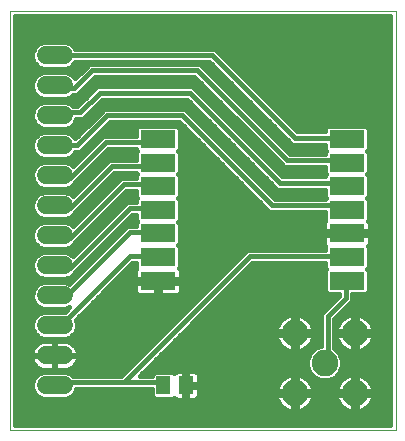
<source format=gtl>
G75*
G70*
%OFA0B0*%
%FSLAX24Y24*%
%IPPOS*%
%LPD*%
%AMOC8*
5,1,8,0,0,1.08239X$1,22.5*
%
%ADD10C,0.0000*%
%ADD11R,0.1181X0.0591*%
%ADD12R,0.0512X0.0591*%
%ADD13C,0.0886*%
%ADD14C,0.0600*%
%ADD15C,0.0160*%
D10*
X003000Y001708D02*
X003000Y015704D01*
X015870Y015704D01*
X015870Y001708D01*
X003000Y001708D01*
D11*
X007938Y006702D03*
X007938Y007489D03*
X007938Y008276D03*
X007938Y009064D03*
X007938Y009851D03*
X007938Y010639D03*
X007938Y011426D03*
X014237Y011426D03*
X014237Y010639D03*
X014237Y009851D03*
X014237Y009064D03*
X014237Y008276D03*
X014237Y007489D03*
X014237Y006702D03*
D12*
X008874Y003208D03*
X008126Y003208D03*
D13*
X012500Y002958D03*
X013500Y003958D03*
X014500Y002958D03*
X014500Y004958D03*
X012500Y004958D03*
D14*
X004800Y005208D02*
X004200Y005208D01*
X004200Y004208D02*
X004800Y004208D01*
X004800Y003208D02*
X004200Y003208D01*
X004200Y006208D02*
X004800Y006208D01*
X004800Y007208D02*
X004200Y007208D01*
X004200Y008208D02*
X004800Y008208D01*
X004800Y009208D02*
X004200Y009208D01*
X004200Y010208D02*
X004800Y010208D01*
X004800Y011208D02*
X004200Y011208D01*
X004200Y012208D02*
X004800Y012208D01*
X004800Y013208D02*
X004200Y013208D01*
X004200Y014208D02*
X004800Y014208D01*
D15*
X004500Y014208D02*
X009750Y014208D01*
X012500Y011458D01*
X014206Y011458D01*
X014237Y011426D01*
X014200Y010708D02*
X012250Y010708D01*
X009250Y013708D01*
X005750Y013708D01*
X005150Y013108D01*
X004600Y013108D01*
X004500Y013208D01*
X004888Y013648D02*
X004112Y013648D01*
X003951Y013581D01*
X003827Y013457D01*
X003760Y013295D01*
X003760Y013120D01*
X003827Y012958D01*
X003951Y012835D01*
X004112Y012768D01*
X004888Y012768D01*
X005049Y012835D01*
X005102Y012888D01*
X005241Y012888D01*
X005841Y013488D01*
X009159Y013488D01*
X012030Y010616D01*
X012159Y010488D01*
X013507Y010488D01*
X013507Y010285D01*
X013547Y010245D01*
X013507Y010204D01*
X013507Y010178D01*
X012091Y010178D01*
X009091Y013178D01*
X005909Y013178D01*
X005780Y013049D01*
X005259Y012528D01*
X005102Y012528D01*
X005049Y012581D01*
X004888Y012648D01*
X004112Y012648D01*
X003951Y012581D01*
X003827Y012457D01*
X003760Y012295D01*
X003760Y012120D01*
X003827Y011958D01*
X003951Y011835D01*
X004112Y011768D01*
X004888Y011768D01*
X005049Y011835D01*
X005173Y011958D01*
X005227Y012088D01*
X005441Y012088D01*
X006091Y012738D01*
X008909Y012738D01*
X011909Y009738D01*
X013507Y009738D01*
X013507Y009498D01*
X013547Y009458D01*
X013517Y009428D01*
X011841Y009428D01*
X008841Y012428D01*
X006159Y012428D01*
X006030Y012299D01*
X005177Y011446D01*
X005173Y011457D01*
X005049Y011581D01*
X004888Y011648D01*
X004112Y011648D01*
X003951Y011581D01*
X003827Y011457D01*
X003760Y011295D01*
X003760Y011120D01*
X003827Y010958D01*
X003951Y010835D01*
X004112Y010768D01*
X004888Y010768D01*
X005049Y010835D01*
X005173Y010958D01*
X005185Y010988D01*
X005341Y010988D01*
X006341Y011988D01*
X008659Y011988D01*
X011659Y008988D01*
X013507Y008988D01*
X013507Y008711D01*
X013519Y008698D01*
X013503Y008682D01*
X013479Y008641D01*
X013467Y008595D01*
X013467Y008344D01*
X014170Y008344D01*
X014170Y008209D01*
X013467Y008209D01*
X013467Y007957D01*
X013479Y007912D01*
X013503Y007871D01*
X013519Y007854D01*
X013507Y007842D01*
X013507Y007728D01*
X010909Y007728D01*
X006709Y003528D01*
X005102Y003528D01*
X005049Y003581D01*
X004888Y003648D01*
X004112Y003648D01*
X003951Y003581D01*
X003827Y003457D01*
X003760Y003295D01*
X003760Y003120D01*
X003827Y002958D01*
X003951Y002835D01*
X004112Y002768D01*
X004888Y002768D01*
X005049Y002835D01*
X005173Y002958D01*
X005227Y003088D01*
X007730Y003088D01*
X007730Y002854D01*
X007812Y002772D01*
X008440Y002772D01*
X008472Y002805D01*
X008474Y002802D01*
X008508Y002768D01*
X008549Y002745D01*
X008594Y002732D01*
X008826Y002732D01*
X008826Y003160D01*
X008922Y003160D01*
X008922Y003255D01*
X009310Y003255D01*
X009310Y003526D01*
X009298Y003572D01*
X009274Y003613D01*
X009240Y003647D01*
X009199Y003671D01*
X009154Y003683D01*
X008922Y003683D01*
X008922Y003255D01*
X008826Y003255D01*
X008826Y003683D01*
X008594Y003683D01*
X008549Y003671D01*
X008508Y003647D01*
X008474Y003613D01*
X008472Y003610D01*
X008440Y003643D01*
X007812Y003643D01*
X007730Y003561D01*
X007730Y003528D01*
X007331Y003528D01*
X011091Y007288D01*
X013507Y007288D01*
X013507Y007136D01*
X013547Y007095D01*
X013507Y007055D01*
X013507Y006348D01*
X013589Y006266D01*
X013980Y006266D01*
X013980Y006199D01*
X013509Y005728D01*
X013380Y005599D01*
X013380Y004539D01*
X013170Y004452D01*
X013006Y004288D01*
X012917Y004073D01*
X012917Y003842D01*
X013006Y003627D01*
X013170Y003463D01*
X013384Y003375D01*
X013616Y003375D01*
X013830Y003463D01*
X013994Y003627D01*
X014083Y003842D01*
X014083Y004073D01*
X013994Y004288D01*
X013830Y004452D01*
X013820Y004456D01*
X013820Y005416D01*
X014420Y006016D01*
X014420Y006266D01*
X014886Y006266D01*
X014968Y006348D01*
X014968Y007055D01*
X014927Y007095D01*
X014968Y007136D01*
X014968Y007842D01*
X014956Y007854D01*
X014972Y007871D01*
X014995Y007912D01*
X015008Y007957D01*
X015008Y008209D01*
X014305Y008209D01*
X014305Y008344D01*
X015008Y008344D01*
X015008Y008595D01*
X014995Y008641D01*
X014972Y008682D01*
X014956Y008698D01*
X014968Y008711D01*
X014968Y009417D01*
X014927Y009458D01*
X014968Y009498D01*
X014968Y010204D01*
X014927Y010245D01*
X014968Y010285D01*
X014968Y010992D01*
X014927Y011032D01*
X014968Y011073D01*
X014968Y011779D01*
X014886Y011861D01*
X013589Y011861D01*
X013507Y011779D01*
X013507Y011678D01*
X012591Y011678D01*
X009841Y014428D01*
X005185Y014428D01*
X005173Y014457D01*
X005049Y014581D01*
X004888Y014648D01*
X004112Y014648D01*
X003951Y014581D01*
X003827Y014457D01*
X003760Y014295D01*
X003760Y014120D01*
X003827Y013958D01*
X003951Y013835D01*
X004112Y013768D01*
X004888Y013768D01*
X005049Y013835D01*
X005173Y013958D01*
X005185Y013988D01*
X009659Y013988D01*
X012280Y011366D01*
X012409Y011238D01*
X013507Y011238D01*
X013507Y011073D01*
X013547Y011032D01*
X013507Y010992D01*
X013507Y010928D01*
X012341Y010928D01*
X009341Y013928D01*
X005659Y013928D01*
X005530Y013799D01*
X005177Y013446D01*
X005173Y013457D01*
X005049Y013581D01*
X004888Y013648D01*
X005014Y013595D02*
X005326Y013595D01*
X005485Y013754D02*
X003180Y013754D01*
X003180Y013912D02*
X003873Y013912D01*
X003780Y014071D02*
X003180Y014071D01*
X003180Y014229D02*
X003760Y014229D01*
X003798Y014388D02*
X003180Y014388D01*
X003180Y014546D02*
X003916Y014546D01*
X003180Y014705D02*
X015690Y014705D01*
X015690Y014863D02*
X003180Y014863D01*
X003180Y015022D02*
X015690Y015022D01*
X015690Y015180D02*
X003180Y015180D01*
X003180Y015339D02*
X015690Y015339D01*
X015690Y015497D02*
X003180Y015497D01*
X003180Y015524D02*
X015690Y015524D01*
X015690Y001888D01*
X003180Y001888D01*
X003180Y015524D01*
X003180Y013595D02*
X003986Y013595D01*
X003819Y013437D02*
X003180Y013437D01*
X003180Y013278D02*
X003760Y013278D01*
X003760Y013120D02*
X003180Y013120D01*
X003180Y012961D02*
X003826Y012961D01*
X004028Y012803D02*
X003180Y012803D01*
X003180Y012644D02*
X004104Y012644D01*
X003856Y012486D02*
X003180Y012486D01*
X003180Y012327D02*
X003773Y012327D01*
X003760Y012169D02*
X003180Y012169D01*
X003180Y012010D02*
X003806Y012010D01*
X003934Y011852D02*
X003180Y011852D01*
X003180Y011693D02*
X005424Y011693D01*
X005266Y011535D02*
X005095Y011535D01*
X005066Y011852D02*
X005583Y011852D01*
X005741Y012010D02*
X005194Y012010D01*
X005350Y012308D02*
X006000Y012958D01*
X009000Y012958D01*
X012000Y009958D01*
X014131Y009958D01*
X014237Y009851D01*
X014200Y009908D01*
X014237Y010639D02*
X014200Y010708D01*
X013507Y010425D02*
X011844Y010425D01*
X012002Y010267D02*
X013525Y010267D01*
X013507Y009633D02*
X011636Y009633D01*
X011478Y009791D02*
X011855Y009791D01*
X011697Y009950D02*
X011319Y009950D01*
X011161Y010108D02*
X011538Y010108D01*
X011380Y010267D02*
X011002Y010267D01*
X010844Y010425D02*
X011221Y010425D01*
X011063Y010584D02*
X010685Y010584D01*
X010527Y010742D02*
X010904Y010742D01*
X010746Y010901D02*
X010368Y010901D01*
X010210Y011059D02*
X010587Y011059D01*
X010429Y011218D02*
X010051Y011218D01*
X009893Y011376D02*
X010270Y011376D01*
X010112Y011535D02*
X009734Y011535D01*
X009576Y011693D02*
X009953Y011693D01*
X009795Y011852D02*
X009417Y011852D01*
X009259Y012010D02*
X009636Y012010D01*
X009478Y012169D02*
X009100Y012169D01*
X008942Y012327D02*
X009319Y012327D01*
X009161Y012486D02*
X005839Y012486D01*
X005998Y012644D02*
X009002Y012644D01*
X009308Y012961D02*
X009685Y012961D01*
X009527Y013120D02*
X009149Y013120D01*
X009368Y013278D02*
X005632Y013278D01*
X005790Y013437D02*
X009210Y013437D01*
X009515Y013754D02*
X009893Y013754D01*
X009734Y013912D02*
X009357Y013912D01*
X009674Y013595D02*
X010051Y013595D01*
X010210Y013437D02*
X009832Y013437D01*
X009991Y013278D02*
X010368Y013278D01*
X010527Y013120D02*
X010149Y013120D01*
X010308Y012961D02*
X010685Y012961D01*
X010844Y012803D02*
X010466Y012803D01*
X010625Y012644D02*
X011002Y012644D01*
X011161Y012486D02*
X010783Y012486D01*
X010942Y012327D02*
X011319Y012327D01*
X011478Y012169D02*
X011100Y012169D01*
X011259Y012010D02*
X011636Y012010D01*
X011795Y011852D02*
X011417Y011852D01*
X011576Y011693D02*
X011953Y011693D01*
X012112Y011535D02*
X011734Y011535D01*
X011893Y011376D02*
X012270Y011376D01*
X012051Y011218D02*
X013507Y011218D01*
X013520Y011059D02*
X012210Y011059D01*
X011904Y010742D02*
X011527Y010742D01*
X011685Y010584D02*
X012063Y010584D01*
X011746Y010901D02*
X011368Y010901D01*
X011210Y011059D02*
X011587Y011059D01*
X011429Y011218D02*
X011051Y011218D01*
X010893Y011376D02*
X011270Y011376D01*
X011112Y011535D02*
X010734Y011535D01*
X010576Y011693D02*
X010953Y011693D01*
X010795Y011852D02*
X010417Y011852D01*
X010259Y012010D02*
X010636Y012010D01*
X010478Y012169D02*
X010100Y012169D01*
X009942Y012327D02*
X010319Y012327D01*
X010161Y012486D02*
X009783Y012486D01*
X009625Y012644D02*
X010002Y012644D01*
X009844Y012803D02*
X009466Y012803D01*
X008750Y012208D02*
X011750Y009208D01*
X014094Y009208D01*
X014237Y009064D01*
X013507Y008840D02*
X008669Y008840D01*
X008669Y008711D02*
X008669Y009417D01*
X008628Y009458D01*
X008669Y009498D01*
X008669Y010204D01*
X008628Y010245D01*
X008669Y010285D01*
X008669Y010992D01*
X008628Y011032D01*
X008669Y011073D01*
X008669Y011779D01*
X008587Y011861D01*
X007289Y011861D01*
X007207Y011779D01*
X007207Y011528D01*
X006109Y011528D01*
X005106Y010524D01*
X005049Y010581D01*
X004888Y010648D01*
X004112Y010648D01*
X003951Y010581D01*
X003827Y010457D01*
X003760Y010295D01*
X003760Y010120D01*
X003827Y009958D01*
X003951Y009835D01*
X004112Y009768D01*
X004888Y009768D01*
X005049Y009835D01*
X005173Y009958D01*
X005181Y009977D01*
X005220Y010016D01*
X006291Y011088D01*
X007207Y011088D01*
X007207Y011073D01*
X007248Y011032D01*
X007207Y010992D01*
X007207Y010728D01*
X006309Y010728D01*
X005106Y009524D01*
X005049Y009581D01*
X004888Y009648D01*
X004112Y009648D01*
X003951Y009581D01*
X003827Y009457D01*
X003760Y009295D01*
X003760Y009120D01*
X003827Y008958D01*
X003951Y008835D01*
X004112Y008768D01*
X004888Y008768D01*
X005049Y008835D01*
X005173Y008958D01*
X005181Y008977D01*
X005220Y009016D01*
X006491Y010288D01*
X007207Y010288D01*
X007207Y010285D01*
X007248Y010245D01*
X007207Y010204D01*
X007207Y010128D01*
X006709Y010128D01*
X005106Y008524D01*
X005049Y008581D01*
X004888Y008648D01*
X004112Y008648D01*
X003951Y008581D01*
X003827Y008457D01*
X003760Y008295D01*
X003760Y008120D01*
X003827Y007958D01*
X003951Y007835D01*
X004112Y007768D01*
X004888Y007768D01*
X005049Y007835D01*
X005173Y007958D01*
X005181Y007977D01*
X005220Y008016D01*
X006891Y009688D01*
X007207Y009688D01*
X007207Y009498D01*
X007248Y009458D01*
X007207Y009417D01*
X007207Y009328D01*
X006909Y009328D01*
X005106Y007524D01*
X005049Y007581D01*
X004888Y007648D01*
X004112Y007648D01*
X003951Y007581D01*
X003827Y007457D01*
X003760Y007295D01*
X003760Y007120D01*
X003827Y006958D01*
X003951Y006835D01*
X004112Y006768D01*
X004888Y006768D01*
X005049Y006835D01*
X005173Y006958D01*
X005181Y006977D01*
X005220Y007016D01*
X007091Y008888D01*
X007207Y008888D01*
X007207Y008711D01*
X007248Y008670D01*
X007207Y008630D01*
X007207Y008528D01*
X006909Y008528D01*
X004987Y006606D01*
X004888Y006648D01*
X004112Y006648D01*
X003951Y006581D01*
X003827Y006457D01*
X003760Y006295D01*
X003760Y006120D01*
X003827Y005958D01*
X003951Y005835D01*
X004112Y005768D01*
X004888Y005768D01*
X004992Y005811D01*
X004829Y005648D01*
X004112Y005648D01*
X003951Y005581D01*
X003827Y005457D01*
X003760Y005295D01*
X003760Y005120D01*
X003827Y004958D01*
X003951Y004835D01*
X004112Y004768D01*
X004888Y004768D01*
X005049Y004835D01*
X005173Y004958D01*
X005240Y005120D01*
X005240Y005295D01*
X005199Y005395D01*
X007091Y007288D01*
X007207Y007288D01*
X007207Y007136D01*
X007220Y007124D01*
X007203Y007107D01*
X007180Y007066D01*
X007167Y007021D01*
X007167Y006769D01*
X007870Y006769D01*
X007870Y006634D01*
X007167Y006634D01*
X007167Y006383D01*
X007180Y006337D01*
X007203Y006296D01*
X007237Y006262D01*
X007278Y006239D01*
X007324Y006226D01*
X007870Y006226D01*
X007870Y006634D01*
X008006Y006634D01*
X008006Y006769D01*
X008709Y006769D01*
X008709Y007021D01*
X008696Y007066D01*
X008673Y007107D01*
X008656Y007124D01*
X008669Y007136D01*
X008669Y007842D01*
X008628Y007883D01*
X008669Y007923D01*
X008669Y008630D01*
X008628Y008670D01*
X008669Y008711D01*
X008640Y008682D02*
X013502Y008682D01*
X013467Y008523D02*
X008669Y008523D01*
X008669Y008365D02*
X013467Y008365D01*
X013467Y008206D02*
X008669Y008206D01*
X008669Y008048D02*
X013467Y008048D01*
X013492Y007889D02*
X008634Y007889D01*
X008669Y007731D02*
X013507Y007731D01*
X013507Y007255D02*
X011059Y007255D01*
X010900Y007097D02*
X013546Y007097D01*
X013507Y006938D02*
X010742Y006938D01*
X010583Y006780D02*
X013507Y006780D01*
X013507Y006621D02*
X010425Y006621D01*
X010266Y006463D02*
X013507Y006463D01*
X013551Y006304D02*
X010108Y006304D01*
X009949Y006146D02*
X013927Y006146D01*
X013768Y005987D02*
X009791Y005987D01*
X009632Y005829D02*
X013610Y005829D01*
X013451Y005670D02*
X009474Y005670D01*
X009315Y005512D02*
X012215Y005512D01*
X012174Y005490D02*
X012094Y005433D01*
X012025Y005363D01*
X011967Y005284D01*
X011923Y005197D01*
X011892Y005103D01*
X011880Y005025D01*
X012432Y005025D01*
X012432Y004890D01*
X011880Y004890D01*
X011892Y004812D01*
X011923Y004718D01*
X011967Y004631D01*
X012025Y004552D01*
X012094Y004482D01*
X012174Y004425D01*
X012261Y004380D01*
X012354Y004350D01*
X012432Y004338D01*
X012432Y004890D01*
X012568Y004890D01*
X012568Y005025D01*
X013120Y005025D01*
X013108Y005103D01*
X013077Y005197D01*
X013033Y005284D01*
X012975Y005363D01*
X012906Y005433D01*
X012826Y005490D01*
X012739Y005535D01*
X012646Y005565D01*
X012568Y005577D01*
X012568Y005025D01*
X012432Y005025D01*
X012432Y005577D01*
X012354Y005565D01*
X012261Y005535D01*
X012174Y005490D01*
X012017Y005353D02*
X009157Y005353D01*
X008998Y005195D02*
X011922Y005195D01*
X011882Y005036D02*
X008840Y005036D01*
X008681Y004878D02*
X011882Y004878D01*
X011923Y004719D02*
X008523Y004719D01*
X008364Y004561D02*
X012018Y004561D01*
X012218Y004402D02*
X008206Y004402D01*
X008047Y004244D02*
X012988Y004244D01*
X012922Y004085D02*
X007889Y004085D01*
X007730Y003927D02*
X012917Y003927D01*
X012948Y003768D02*
X007572Y003768D01*
X007413Y003610D02*
X007779Y003610D01*
X008000Y003308D02*
X008126Y003208D01*
X008000Y003308D02*
X006800Y003308D01*
X011000Y007508D01*
X014200Y007508D01*
X014237Y007489D01*
X014968Y007414D02*
X015690Y007414D01*
X015690Y007572D02*
X014968Y007572D01*
X014968Y007731D02*
X015690Y007731D01*
X015690Y007889D02*
X014982Y007889D01*
X015008Y008048D02*
X015690Y008048D01*
X015690Y008206D02*
X015008Y008206D01*
X015008Y008365D02*
X015690Y008365D01*
X015690Y008523D02*
X015008Y008523D01*
X014972Y008682D02*
X015690Y008682D01*
X015690Y008840D02*
X014968Y008840D01*
X014968Y008999D02*
X015690Y008999D01*
X015690Y009157D02*
X014968Y009157D01*
X014968Y009316D02*
X015690Y009316D01*
X015690Y009474D02*
X014944Y009474D01*
X014968Y009633D02*
X015690Y009633D01*
X015690Y009791D02*
X014968Y009791D01*
X014968Y009950D02*
X015690Y009950D01*
X015690Y010108D02*
X014968Y010108D01*
X014949Y010267D02*
X015690Y010267D01*
X015690Y010425D02*
X014968Y010425D01*
X014968Y010584D02*
X015690Y010584D01*
X015690Y010742D02*
X014968Y010742D01*
X014968Y010901D02*
X015690Y010901D01*
X015690Y011059D02*
X014954Y011059D01*
X014968Y011218D02*
X015690Y011218D01*
X015690Y011376D02*
X014968Y011376D01*
X014968Y011535D02*
X015690Y011535D01*
X015690Y011693D02*
X014968Y011693D01*
X014896Y011852D02*
X015690Y011852D01*
X015690Y012010D02*
X012259Y012010D01*
X012417Y011852D02*
X013579Y011852D01*
X013507Y011693D02*
X012576Y011693D01*
X012100Y012169D02*
X015690Y012169D01*
X015690Y012327D02*
X011942Y012327D01*
X011783Y012486D02*
X015690Y012486D01*
X015690Y012644D02*
X011625Y012644D01*
X011466Y012803D02*
X015690Y012803D01*
X015690Y012961D02*
X011308Y012961D01*
X011149Y013120D02*
X015690Y013120D01*
X015690Y013278D02*
X010991Y013278D01*
X010832Y013437D02*
X015690Y013437D01*
X015690Y013595D02*
X010674Y013595D01*
X010515Y013754D02*
X015690Y013754D01*
X015690Y013912D02*
X010357Y013912D01*
X010198Y014071D02*
X015690Y014071D01*
X015690Y014229D02*
X010040Y014229D01*
X009881Y014388D02*
X015690Y014388D01*
X015690Y014546D02*
X005084Y014546D01*
X005127Y013912D02*
X005643Y013912D01*
X005473Y013120D02*
X005851Y013120D01*
X005692Y012961D02*
X005315Y012961D01*
X005534Y012803D02*
X004972Y012803D01*
X004896Y012644D02*
X005375Y012644D01*
X005350Y012308D02*
X004600Y012308D01*
X004500Y012208D01*
X003905Y011535D02*
X003180Y011535D01*
X003180Y011376D02*
X003794Y011376D01*
X003760Y011218D02*
X003180Y011218D01*
X003180Y011059D02*
X003785Y011059D01*
X003885Y010901D02*
X003180Y010901D01*
X003180Y010742D02*
X005323Y010742D01*
X005165Y010584D02*
X005042Y010584D01*
X005115Y010901D02*
X005482Y010901D01*
X005413Y011059D02*
X005640Y011059D01*
X005571Y011218D02*
X005799Y011218D01*
X005730Y011376D02*
X005957Y011376D01*
X005888Y011535D02*
X007207Y011535D01*
X007207Y011693D02*
X006047Y011693D01*
X006205Y011852D02*
X007280Y011852D01*
X007800Y011308D02*
X007938Y011426D01*
X007800Y011308D02*
X006200Y011308D01*
X005000Y010108D01*
X004600Y010108D01*
X004500Y010208D01*
X004944Y009791D02*
X005372Y009791D01*
X005214Y009633D02*
X004924Y009633D01*
X005164Y009950D02*
X005531Y009950D01*
X005689Y010108D02*
X005312Y010108D01*
X005470Y010267D02*
X005848Y010267D01*
X006006Y010425D02*
X005629Y010425D01*
X005787Y010584D02*
X006165Y010584D01*
X006400Y010508D02*
X005000Y009108D01*
X004600Y009108D01*
X004500Y009208D01*
X004076Y009633D02*
X003180Y009633D01*
X003180Y009791D02*
X004056Y009791D01*
X003836Y009950D02*
X003180Y009950D01*
X003180Y010108D02*
X003765Y010108D01*
X003760Y010267D02*
X003180Y010267D01*
X003180Y010425D02*
X003814Y010425D01*
X003958Y010584D02*
X003180Y010584D01*
X003180Y009474D02*
X003844Y009474D01*
X003768Y009316D02*
X003180Y009316D01*
X003180Y009157D02*
X003760Y009157D01*
X003810Y008999D02*
X003180Y008999D01*
X003180Y008840D02*
X003945Y008840D01*
X003893Y008523D02*
X003180Y008523D01*
X003180Y008365D02*
X003789Y008365D01*
X003760Y008206D02*
X003180Y008206D01*
X003180Y008048D02*
X003790Y008048D01*
X003896Y007889D02*
X003180Y007889D01*
X003180Y007731D02*
X005312Y007731D01*
X005470Y007889D02*
X005104Y007889D01*
X005251Y008048D02*
X005629Y008048D01*
X005787Y008206D02*
X005410Y008206D01*
X005568Y008365D02*
X005946Y008365D01*
X006104Y008523D02*
X005727Y008523D01*
X005885Y008682D02*
X006263Y008682D01*
X006421Y008840D02*
X006044Y008840D01*
X006202Y008999D02*
X006580Y008999D01*
X006738Y009157D02*
X006361Y009157D01*
X006519Y009316D02*
X006897Y009316D01*
X007000Y009108D02*
X005000Y007108D01*
X004600Y007108D01*
X004500Y007208D01*
X004917Y006780D02*
X005161Y006780D01*
X005153Y006938D02*
X005319Y006938D01*
X005300Y007097D02*
X005478Y007097D01*
X005459Y007255D02*
X005636Y007255D01*
X005617Y007414D02*
X005795Y007414D01*
X005776Y007572D02*
X005953Y007572D01*
X005934Y007731D02*
X006112Y007731D01*
X006093Y007889D02*
X006270Y007889D01*
X006251Y008048D02*
X006429Y008048D01*
X006410Y008206D02*
X006587Y008206D01*
X006568Y008365D02*
X006746Y008365D01*
X006727Y008523D02*
X006904Y008523D01*
X006885Y008682D02*
X007236Y008682D01*
X007207Y008840D02*
X007044Y008840D01*
X007000Y009108D02*
X007800Y009108D01*
X007938Y009064D01*
X008669Y008999D02*
X011648Y008999D01*
X011489Y009157D02*
X008669Y009157D01*
X008669Y009316D02*
X011331Y009316D01*
X011172Y009474D02*
X008645Y009474D01*
X008669Y009633D02*
X011014Y009633D01*
X010855Y009791D02*
X008669Y009791D01*
X008669Y009950D02*
X010697Y009950D01*
X010538Y010108D02*
X008669Y010108D01*
X008650Y010267D02*
X010380Y010267D01*
X010221Y010425D02*
X008669Y010425D01*
X008669Y010584D02*
X010063Y010584D01*
X009904Y010742D02*
X008669Y010742D01*
X008669Y010901D02*
X009746Y010901D01*
X009587Y011059D02*
X008655Y011059D01*
X008669Y011218D02*
X009429Y011218D01*
X009270Y011376D02*
X008669Y011376D01*
X008669Y011535D02*
X009112Y011535D01*
X008953Y011693D02*
X008669Y011693D01*
X008596Y011852D02*
X008795Y011852D01*
X008750Y012208D02*
X006250Y012208D01*
X005250Y011208D01*
X004500Y011208D01*
X005522Y012169D02*
X005900Y012169D01*
X006058Y012327D02*
X005681Y012327D01*
X006263Y011059D02*
X007221Y011059D01*
X007207Y010901D02*
X006104Y010901D01*
X005946Y010742D02*
X007207Y010742D01*
X007226Y010267D02*
X006470Y010267D01*
X006312Y010108D02*
X006689Y010108D01*
X006531Y009950D02*
X006153Y009950D01*
X005995Y009791D02*
X006372Y009791D01*
X006214Y009633D02*
X005836Y009633D01*
X005678Y009474D02*
X006055Y009474D01*
X005897Y009316D02*
X005519Y009316D01*
X005361Y009157D02*
X005738Y009157D01*
X005580Y008999D02*
X005202Y008999D01*
X005055Y008840D02*
X005421Y008840D01*
X005263Y008682D02*
X003180Y008682D01*
X003180Y007572D02*
X003942Y007572D01*
X003809Y007414D02*
X003180Y007414D01*
X003180Y007255D02*
X003760Y007255D01*
X003770Y007097D02*
X003180Y007097D01*
X003180Y006938D02*
X003847Y006938D01*
X004083Y006780D02*
X003180Y006780D01*
X003180Y006621D02*
X004049Y006621D01*
X003833Y006463D02*
X003180Y006463D01*
X003180Y006304D02*
X003764Y006304D01*
X003760Y006146D02*
X003180Y006146D01*
X003180Y005987D02*
X003815Y005987D01*
X003965Y005829D02*
X003180Y005829D01*
X003180Y005670D02*
X004851Y005670D01*
X005216Y005353D02*
X008534Y005353D01*
X008376Y005195D02*
X005240Y005195D01*
X005205Y005036D02*
X008217Y005036D01*
X008059Y004878D02*
X005092Y004878D01*
X004984Y004652D02*
X004912Y004676D01*
X004838Y004688D01*
X004520Y004688D01*
X004520Y004228D01*
X004480Y004228D01*
X004480Y004688D01*
X004162Y004688D01*
X004088Y004676D01*
X004016Y004652D01*
X003948Y004618D01*
X003887Y004574D01*
X003834Y004520D01*
X003789Y004459D01*
X003755Y004392D01*
X003732Y004320D01*
X003720Y004245D01*
X003720Y004228D01*
X004480Y004228D01*
X004480Y004188D01*
X003720Y004188D01*
X003720Y004170D01*
X003732Y004095D01*
X003755Y004023D01*
X003789Y003956D01*
X003834Y003895D01*
X003887Y003841D01*
X003948Y003797D01*
X004016Y003763D01*
X004088Y003739D01*
X004162Y003728D01*
X004480Y003728D01*
X004480Y004188D01*
X004520Y004188D01*
X004520Y004228D01*
X005280Y004228D01*
X005280Y004245D01*
X005268Y004320D01*
X005245Y004392D01*
X005211Y004459D01*
X005166Y004520D01*
X005113Y004574D01*
X005052Y004618D01*
X004984Y004652D01*
X005126Y004561D02*
X007742Y004561D01*
X007900Y004719D02*
X003180Y004719D01*
X003180Y004561D02*
X003874Y004561D01*
X003760Y004402D02*
X003180Y004402D01*
X003180Y004244D02*
X003720Y004244D01*
X003735Y004085D02*
X003180Y004085D01*
X003180Y003927D02*
X003811Y003927D01*
X004005Y003768D02*
X003180Y003768D01*
X003180Y003610D02*
X004021Y003610D01*
X003825Y003451D02*
X003180Y003451D01*
X003180Y003293D02*
X003760Y003293D01*
X003760Y003134D02*
X003180Y003134D01*
X003180Y002976D02*
X003820Y002976D01*
X003993Y002817D02*
X003180Y002817D01*
X003180Y002659D02*
X011953Y002659D01*
X011967Y002631D02*
X012025Y002552D01*
X012094Y002482D01*
X012174Y002425D01*
X012261Y002380D01*
X012354Y002350D01*
X012432Y002338D01*
X012432Y002890D01*
X011880Y002890D01*
X011892Y002812D01*
X011923Y002718D01*
X011967Y002631D01*
X012077Y002500D02*
X003180Y002500D01*
X003180Y002342D02*
X012407Y002342D01*
X012432Y002342D02*
X012568Y002342D01*
X012568Y002338D02*
X012646Y002350D01*
X012739Y002380D01*
X012826Y002425D01*
X012906Y002482D01*
X012975Y002552D01*
X013033Y002631D01*
X013077Y002718D01*
X013108Y002812D01*
X013120Y002890D01*
X012568Y002890D01*
X012568Y003025D01*
X013120Y003025D01*
X013108Y003103D01*
X013077Y003197D01*
X013033Y003284D01*
X012975Y003363D01*
X012906Y003433D01*
X012826Y003490D01*
X012739Y003535D01*
X012646Y003565D01*
X012568Y003577D01*
X012568Y003025D01*
X012432Y003025D01*
X012432Y002890D01*
X012568Y002890D01*
X012568Y002338D01*
X012593Y002342D02*
X014407Y002342D01*
X014432Y002342D02*
X014568Y002342D01*
X014568Y002338D02*
X014646Y002350D01*
X014739Y002380D01*
X014826Y002425D01*
X014906Y002482D01*
X014975Y002552D01*
X015033Y002631D01*
X015077Y002718D01*
X015108Y002812D01*
X015120Y002890D01*
X014568Y002890D01*
X014568Y003025D01*
X015120Y003025D01*
X015108Y003103D01*
X015077Y003197D01*
X015033Y003284D01*
X014975Y003363D01*
X014906Y003433D01*
X014826Y003490D01*
X014739Y003535D01*
X014646Y003565D01*
X014568Y003577D01*
X014568Y003025D01*
X014432Y003025D01*
X014432Y002890D01*
X013880Y002890D01*
X013892Y002812D01*
X013923Y002718D01*
X013967Y002631D01*
X014025Y002552D01*
X014094Y002482D01*
X014174Y002425D01*
X014261Y002380D01*
X014354Y002350D01*
X014432Y002338D01*
X014432Y002890D01*
X014568Y002890D01*
X014568Y002338D01*
X014593Y002342D02*
X015690Y002342D01*
X015690Y002500D02*
X014923Y002500D01*
X015047Y002659D02*
X015690Y002659D01*
X015690Y002817D02*
X015108Y002817D01*
X015098Y003134D02*
X015690Y003134D01*
X015690Y002976D02*
X014568Y002976D01*
X014432Y002976D02*
X012568Y002976D01*
X012432Y002976D02*
X009310Y002976D01*
X009310Y002889D02*
X009310Y003160D01*
X008922Y003160D01*
X008922Y002732D01*
X009154Y002732D01*
X009199Y002745D01*
X009240Y002768D01*
X009274Y002802D01*
X009298Y002843D01*
X009310Y002889D01*
X009283Y002817D02*
X011892Y002817D01*
X011880Y003025D02*
X012432Y003025D01*
X012432Y003577D01*
X012354Y003565D01*
X012261Y003535D01*
X012174Y003490D01*
X012094Y003433D01*
X012025Y003363D01*
X011967Y003284D01*
X011923Y003197D01*
X011892Y003103D01*
X011880Y003025D01*
X011902Y003134D02*
X009310Y003134D01*
X009310Y003293D02*
X011973Y003293D01*
X012119Y003451D02*
X009310Y003451D01*
X009276Y003610D02*
X013024Y003610D01*
X012881Y003451D02*
X013200Y003451D01*
X013027Y003293D02*
X013973Y003293D01*
X013967Y003284D02*
X013923Y003197D01*
X013892Y003103D01*
X013880Y003025D01*
X014432Y003025D01*
X014432Y003577D01*
X014354Y003565D01*
X014261Y003535D01*
X014174Y003490D01*
X014094Y003433D01*
X014025Y003363D01*
X013967Y003284D01*
X013902Y003134D02*
X013098Y003134D01*
X013108Y002817D02*
X013892Y002817D01*
X013953Y002659D02*
X013047Y002659D01*
X012923Y002500D02*
X014077Y002500D01*
X014432Y002500D02*
X014568Y002500D01*
X014568Y002659D02*
X014432Y002659D01*
X014432Y002817D02*
X014568Y002817D01*
X014568Y003134D02*
X014432Y003134D01*
X014432Y003293D02*
X014568Y003293D01*
X014568Y003451D02*
X014432Y003451D01*
X014119Y003451D02*
X013800Y003451D01*
X013976Y003610D02*
X015690Y003610D01*
X015690Y003768D02*
X014052Y003768D01*
X014083Y003927D02*
X015690Y003927D01*
X015690Y004085D02*
X014078Y004085D01*
X014012Y004244D02*
X015690Y004244D01*
X015690Y004402D02*
X014782Y004402D01*
X014739Y004380D02*
X014826Y004425D01*
X014906Y004482D01*
X014975Y004552D01*
X015033Y004631D01*
X015077Y004718D01*
X015108Y004812D01*
X015120Y004890D01*
X014568Y004890D01*
X014568Y005025D01*
X015120Y005025D01*
X015108Y005103D01*
X015077Y005197D01*
X015033Y005284D01*
X014975Y005363D01*
X014906Y005433D01*
X014826Y005490D01*
X014739Y005535D01*
X014646Y005565D01*
X014568Y005577D01*
X014568Y005025D01*
X014432Y005025D01*
X014432Y004890D01*
X013880Y004890D01*
X013892Y004812D01*
X013923Y004718D01*
X013967Y004631D01*
X014025Y004552D01*
X014094Y004482D01*
X014174Y004425D01*
X014261Y004380D01*
X014354Y004350D01*
X014432Y004338D01*
X014432Y004890D01*
X014568Y004890D01*
X014568Y004338D01*
X014646Y004350D01*
X014739Y004380D01*
X014568Y004402D02*
X014432Y004402D01*
X014432Y004561D02*
X014568Y004561D01*
X014568Y004719D02*
X014432Y004719D01*
X014432Y004878D02*
X014568Y004878D01*
X014568Y005036D02*
X014432Y005036D01*
X014432Y005025D02*
X014432Y005577D01*
X014354Y005565D01*
X014261Y005535D01*
X014174Y005490D01*
X014094Y005433D01*
X014025Y005363D01*
X013967Y005284D01*
X013923Y005197D01*
X013892Y005103D01*
X013880Y005025D01*
X014432Y005025D01*
X014432Y005195D02*
X014568Y005195D01*
X014568Y005353D02*
X014432Y005353D01*
X014432Y005512D02*
X014568Y005512D01*
X014785Y005512D02*
X015690Y005512D01*
X015690Y005670D02*
X014074Y005670D01*
X014215Y005512D02*
X013915Y005512D01*
X013820Y005353D02*
X014017Y005353D01*
X013922Y005195D02*
X013820Y005195D01*
X013820Y005036D02*
X013882Y005036D01*
X013882Y004878D02*
X013820Y004878D01*
X013820Y004719D02*
X013923Y004719D01*
X014018Y004561D02*
X013820Y004561D01*
X013880Y004402D02*
X014218Y004402D01*
X013600Y004108D02*
X013500Y003958D01*
X013600Y004108D02*
X013600Y005508D01*
X014200Y006108D01*
X014200Y006508D01*
X014237Y006702D01*
X014420Y006146D02*
X015690Y006146D01*
X015690Y006304D02*
X014923Y006304D01*
X014968Y006463D02*
X015690Y006463D01*
X015690Y006621D02*
X014968Y006621D01*
X014968Y006780D02*
X015690Y006780D01*
X015690Y006938D02*
X014968Y006938D01*
X014929Y007097D02*
X015690Y007097D01*
X015690Y007255D02*
X014968Y007255D01*
X014391Y005987D02*
X015690Y005987D01*
X015690Y005829D02*
X014232Y005829D01*
X014983Y005353D02*
X015690Y005353D01*
X015690Y005195D02*
X015078Y005195D01*
X015118Y005036D02*
X015690Y005036D01*
X015690Y004878D02*
X015118Y004878D01*
X015077Y004719D02*
X015690Y004719D01*
X015690Y004561D02*
X014982Y004561D01*
X014881Y003451D02*
X015690Y003451D01*
X015690Y003293D02*
X015027Y003293D01*
X015690Y002183D02*
X003180Y002183D01*
X003180Y002025D02*
X015690Y002025D01*
X013120Y004402D02*
X012782Y004402D01*
X012739Y004380D02*
X012826Y004425D01*
X012906Y004482D01*
X012975Y004552D01*
X013033Y004631D01*
X013077Y004718D01*
X013108Y004812D01*
X013120Y004890D01*
X012568Y004890D01*
X012568Y004338D01*
X012646Y004350D01*
X012739Y004380D01*
X012568Y004402D02*
X012432Y004402D01*
X012432Y004561D02*
X012568Y004561D01*
X012568Y004719D02*
X012432Y004719D01*
X012432Y004878D02*
X012568Y004878D01*
X012568Y005036D02*
X012432Y005036D01*
X012432Y005195D02*
X012568Y005195D01*
X012568Y005353D02*
X012432Y005353D01*
X012432Y005512D02*
X012568Y005512D01*
X012785Y005512D02*
X013380Y005512D01*
X013380Y005353D02*
X012983Y005353D01*
X013078Y005195D02*
X013380Y005195D01*
X013380Y005036D02*
X013118Y005036D01*
X013118Y004878D02*
X013380Y004878D01*
X013380Y004719D02*
X013077Y004719D01*
X012982Y004561D02*
X013380Y004561D01*
X012568Y003451D02*
X012432Y003451D01*
X012432Y003293D02*
X012568Y003293D01*
X012568Y003134D02*
X012432Y003134D01*
X012432Y002817D02*
X012568Y002817D01*
X012568Y002659D02*
X012432Y002659D01*
X012432Y002500D02*
X012568Y002500D01*
X008922Y002817D02*
X008826Y002817D01*
X008826Y002976D02*
X008922Y002976D01*
X008922Y003134D02*
X008826Y003134D01*
X008826Y003293D02*
X008922Y003293D01*
X008922Y003451D02*
X008826Y003451D01*
X008826Y003610D02*
X008922Y003610D01*
X007767Y002817D02*
X005007Y002817D01*
X005180Y002976D02*
X007730Y002976D01*
X006800Y003308D02*
X004600Y003308D01*
X004500Y003208D01*
X004520Y003728D02*
X004838Y003728D01*
X004912Y003739D01*
X004984Y003763D01*
X005052Y003797D01*
X005113Y003841D01*
X005166Y003895D01*
X005211Y003956D01*
X005245Y004023D01*
X005268Y004095D01*
X005280Y004170D01*
X005280Y004188D01*
X004520Y004188D01*
X004520Y003728D01*
X004520Y003768D02*
X004480Y003768D01*
X004480Y003927D02*
X004520Y003927D01*
X004520Y004085D02*
X004480Y004085D01*
X004480Y004244D02*
X004520Y004244D01*
X004520Y004402D02*
X004480Y004402D01*
X004480Y004561D02*
X004520Y004561D01*
X003908Y004878D02*
X003180Y004878D01*
X003180Y005036D02*
X003795Y005036D01*
X003760Y005195D02*
X003180Y005195D01*
X003180Y005353D02*
X003784Y005353D01*
X003882Y005512D02*
X003180Y005512D01*
X004500Y005208D02*
X004600Y005108D01*
X007000Y007508D01*
X007800Y007508D01*
X007938Y007489D01*
X008669Y007414D02*
X010595Y007414D01*
X010753Y007572D02*
X008669Y007572D01*
X008669Y007255D02*
X010436Y007255D01*
X010278Y007097D02*
X008679Y007097D01*
X008709Y006938D02*
X010119Y006938D01*
X009961Y006780D02*
X008709Y006780D01*
X008709Y006634D02*
X008006Y006634D01*
X008006Y006226D01*
X008552Y006226D01*
X008598Y006239D01*
X008639Y006262D01*
X008673Y006296D01*
X008696Y006337D01*
X008709Y006383D01*
X008709Y006634D01*
X008709Y006621D02*
X009802Y006621D01*
X009644Y006463D02*
X008709Y006463D01*
X008677Y006304D02*
X009485Y006304D01*
X009327Y006146D02*
X005949Y006146D01*
X006108Y006304D02*
X007199Y006304D01*
X007167Y006463D02*
X006266Y006463D01*
X006425Y006621D02*
X007167Y006621D01*
X007167Y006780D02*
X006583Y006780D01*
X006742Y006938D02*
X007167Y006938D01*
X007197Y007097D02*
X006900Y007097D01*
X007059Y007255D02*
X007207Y007255D01*
X007870Y006621D02*
X008006Y006621D01*
X008006Y006463D02*
X007870Y006463D01*
X007870Y006304D02*
X008006Y006304D01*
X008693Y005512D02*
X005315Y005512D01*
X005474Y005670D02*
X008851Y005670D01*
X009010Y005829D02*
X005632Y005829D01*
X005791Y005987D02*
X009168Y005987D01*
X007583Y004402D02*
X005240Y004402D01*
X005280Y004244D02*
X007425Y004244D01*
X007266Y004085D02*
X005265Y004085D01*
X005189Y003927D02*
X007108Y003927D01*
X006949Y003768D02*
X004995Y003768D01*
X004979Y003610D02*
X006791Y003610D01*
X005000Y006308D02*
X004600Y006308D01*
X004500Y006208D01*
X005000Y006308D02*
X007000Y008308D01*
X007800Y008308D01*
X007938Y008276D01*
X007231Y009474D02*
X006678Y009474D01*
X006836Y009633D02*
X007207Y009633D01*
X006800Y009908D02*
X005000Y008108D01*
X004600Y008108D01*
X004500Y008208D01*
X005058Y007572D02*
X005153Y007572D01*
X005002Y006621D02*
X004951Y006621D01*
X006800Y009908D02*
X007800Y009908D01*
X007938Y009851D01*
X007800Y010508D02*
X007938Y010639D01*
X007800Y010508D02*
X006400Y010508D01*
X011795Y009474D02*
X013531Y009474D01*
M02*

</source>
